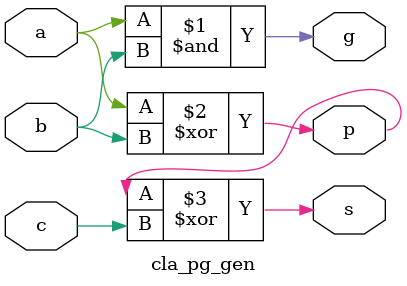
<source format=sv>
module cla_pg_gen (
  input a,
  input b,
  input c,
  output g,
  output p,
  output s
);

  assign g = a & b;
  assign p = a ^ b;
  assign s = p ^ c;
  
endmodule

</source>
